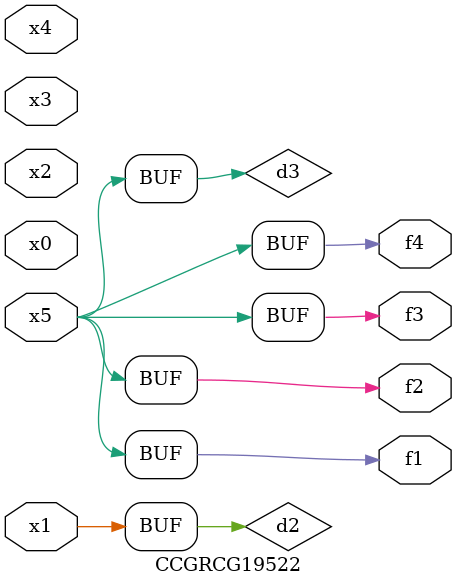
<source format=v>
module CCGRCG19522(
	input x0, x1, x2, x3, x4, x5,
	output f1, f2, f3, f4
);

	wire d1, d2, d3;

	not (d1, x5);
	or (d2, x1);
	xnor (d3, d1);
	assign f1 = d3;
	assign f2 = d3;
	assign f3 = d3;
	assign f4 = d3;
endmodule

</source>
